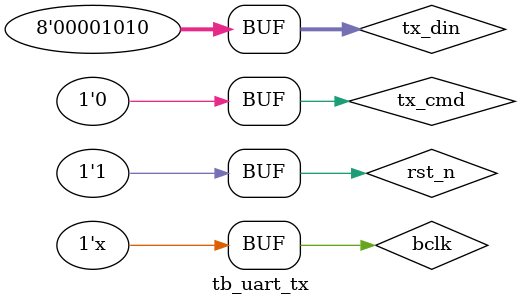
<source format=v>
`timescale 1ns / 1ps


module tb_uart_tx(

    );
    reg         bclk;
    reg         rst_n;
    reg [7:0]   tx_din;
    reg         tx_cmd;

    wire    tx_ready;
    wire    txd;

    uart_tx uut(
        .bclk       (bclk),
        .rst_n      (rst_n),
        .tx_din     (tx_din),
        .tx_cmd     (tx_cmd),
        .tx_ready   (tx_ready),
        .txd        (txd)
    );

    initial begin
        bclk = 0;
        rst_n = 0;
        tx_din = 0;
        tx_cmd = 0;

        #100 rst_n = 1;
        #20 begin
            tx_din = 10;
            tx_cmd = 1;
        end
        #20 tx_cmd = 0;
    end

    always #10 bclk = !bclk;
endmodule

</source>
